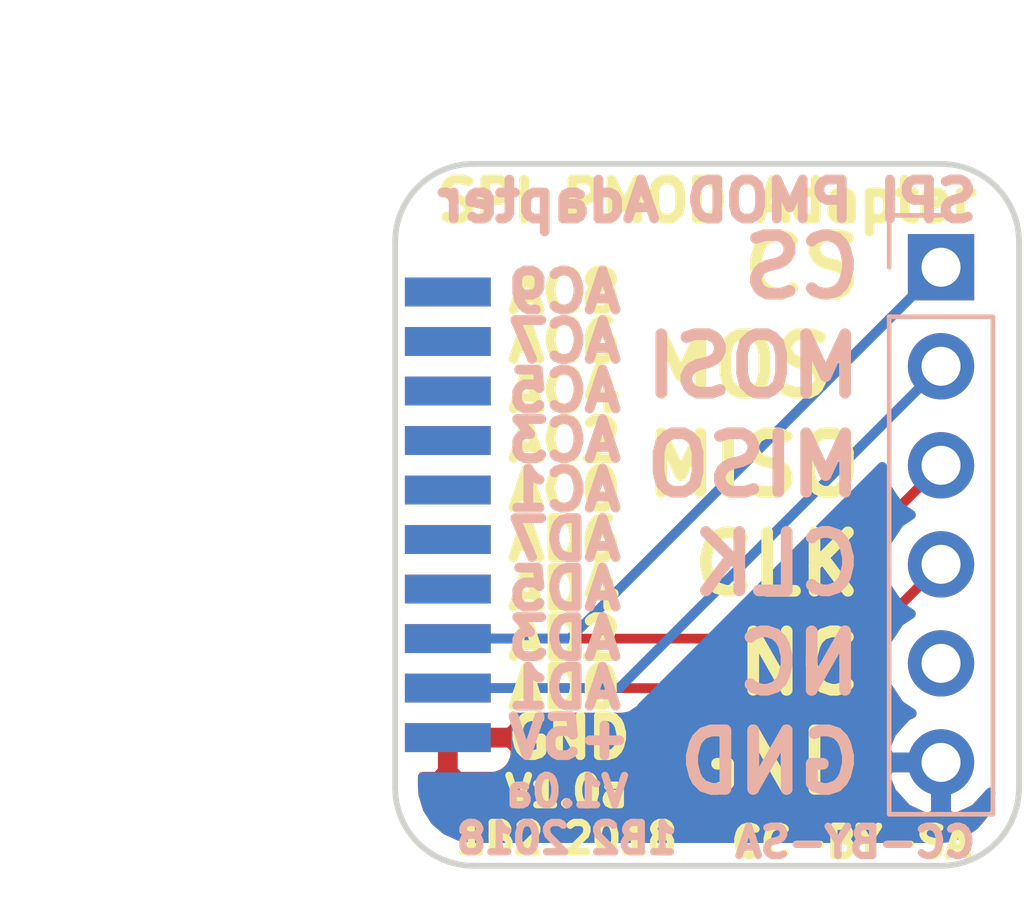
<source format=kicad_pcb>
(kicad_pcb (version 20171130) (host pcbnew 5.0.0-rc2-dev-unknown-d64c89d~62~ubuntu16.04.1)

  (general
    (thickness 0.8)
    (drawings 48)
    (tracks 8)
    (zones 0)
    (modules 2)
    (nets 22)
  )

  (page A4)
  (title_block
    (title "ftdi spi pmod adapter")
    (rev V1.0a)
    (company 1BitSquared)
    (comment 1 "2018 (C) 1BitSquared <info@1bitsquared.com>")
    (comment 2 "2018 (C) Piotr Esden-Tempski <piotr@esden.net>")
    (comment 3 "License: CC-BY-SA 4.0")
  )

  (layers
    (0 F.Cu signal)
    (31 B.Cu signal)
    (33 F.Adhes user)
    (34 B.Paste user)
    (35 F.Paste user)
    (36 B.SilkS user)
    (37 F.SilkS user)
    (38 B.Mask user)
    (39 F.Mask user)
    (40 Dwgs.User user)
    (44 Edge.Cuts user)
    (46 B.CrtYd user)
    (47 F.CrtYd user)
    (48 B.Fab user)
    (49 F.Fab user)
  )

  (setup
    (last_trace_width 0.25)
    (trace_clearance 0.2)
    (zone_clearance 0.508)
    (zone_45_only yes)
    (trace_min 0.2)
    (segment_width 0.15)
    (edge_width 0.15)
    (via_size 0.8)
    (via_drill 0.4)
    (via_min_size 0.4)
    (via_min_drill 0.3)
    (uvia_size 0.3)
    (uvia_drill 0.1)
    (uvias_allowed no)
    (uvia_min_size 0.2)
    (uvia_min_drill 0.1)
    (pcb_text_width 0.3)
    (pcb_text_size 1.5 1.5)
    (mod_edge_width 0.15)
    (mod_text_size 1 1)
    (mod_text_width 0.15)
    (pad_size 1.524 1.524)
    (pad_drill 0.762)
    (pad_to_mask_clearance 0.2)
    (aux_axis_origin 0 0)
    (grid_origin 44 44)
    (visible_elements FFFFFF7F)
    (pcbplotparams
      (layerselection 0x010fc_ffffffff)
      (usegerberextensions false)
      (usegerberattributes false)
      (usegerberadvancedattributes false)
      (creategerberjobfile false)
      (excludeedgelayer true)
      (linewidth 0.300000)
      (plotframeref false)
      (viasonmask false)
      (mode 1)
      (useauxorigin false)
      (hpglpennumber 1)
      (hpglpenspeed 20)
      (hpglpendiameter 15)
      (psnegative false)
      (psa4output false)
      (plotreference true)
      (plotvalue true)
      (plotinvisibletext false)
      (padsonsilk false)
      (subtractmaskfromsilk false)
      (outputformat 1)
      (mirror false)
      (drillshape 1)
      (scaleselection 1)
      (outputdirectory ""))
  )

  (net 0 "")
  (net 1 GND)
  (net 2 +5V)
  (net 3 /DO)
  (net 4 /CS)
  (net 5 /GPIOL1)
  (net 6 /GPIOL3)
  (net 7 /SK)
  (net 8 /DI)
  (net 9 /GPIOL0)
  (net 10 /GPIOL2)
  (net 11 /GPIOH0)
  (net 12 /GPIOH2)
  (net 13 /GPIOH4)
  (net 14 /GPIOH6)
  (net 15 /GPIOH8)
  (net 16 /GPIOH1)
  (net 17 /GPIOH3)
  (net 18 /GPIOH5)
  (net 19 /GPIOH7)
  (net 20 /GPIOH9)
  (net 21 "Net-(J4-Pad5)")

  (net_class Default "This is the default net class."
    (clearance 0.2)
    (trace_width 0.25)
    (via_dia 0.8)
    (via_drill 0.4)
    (uvia_dia 0.3)
    (uvia_drill 0.1)
    (add_net +5V)
    (add_net /CS)
    (add_net /DI)
    (add_net /DO)
    (add_net /GPIOH0)
    (add_net /GPIOH1)
    (add_net /GPIOH2)
    (add_net /GPIOH3)
    (add_net /GPIOH4)
    (add_net /GPIOH5)
    (add_net /GPIOH6)
    (add_net /GPIOH7)
    (add_net /GPIOH8)
    (add_net /GPIOH9)
    (add_net /GPIOL0)
    (add_net /GPIOL1)
    (add_net /GPIOL2)
    (add_net /GPIOL3)
    (add_net /SK)
    (add_net GND)
    (add_net "Net-(J4-Pad5)")
  )

  (module Connector_PinSocket_2.54mm:PinSocket_1x06_P2.54mm_Vertical (layer B.Cu) (tedit 5AA9BC7D) (tstamp 5AAD933B)
    (at 44 37.65 180)
    (descr "Through hole straight socket strip, 1x06, 2.54mm pitch, single row (from Kicad 4.0.7), script generated")
    (tags "Through hole socket strip THT 1x06 2.54mm single row")
    (path /5AB98614)
    (fp_text reference J4 (at 0 2.77 180) (layer B.Fab)
      (effects (font (size 1 1) (thickness 0.15)) (justify mirror))
    )
    (fp_text value Prog (at 0 -15.47 180) (layer B.Fab)
      (effects (font (size 1 1) (thickness 0.15)) (justify mirror))
    )
    (fp_line (start -1.27 1.27) (end 0.635 1.27) (layer B.Fab) (width 0.1))
    (fp_line (start 0.635 1.27) (end 1.27 0.635) (layer B.Fab) (width 0.1))
    (fp_line (start 1.27 0.635) (end 1.27 -13.97) (layer B.Fab) (width 0.1))
    (fp_line (start 1.27 -13.97) (end -1.27 -13.97) (layer B.Fab) (width 0.1))
    (fp_line (start -1.27 -13.97) (end -1.27 1.27) (layer B.Fab) (width 0.1))
    (fp_line (start -1.33 -1.27) (end 1.33 -1.27) (layer B.SilkS) (width 0.12))
    (fp_line (start -1.33 -1.27) (end -1.33 -14.03) (layer B.SilkS) (width 0.12))
    (fp_line (start -1.33 -14.03) (end 1.33 -14.03) (layer B.SilkS) (width 0.12))
    (fp_line (start 1.33 -1.27) (end 1.33 -14.03) (layer B.SilkS) (width 0.12))
    (fp_line (start 1.33 1.33) (end 1.33 0) (layer B.SilkS) (width 0.12))
    (fp_line (start 0 1.33) (end 1.33 1.33) (layer B.SilkS) (width 0.12))
    (fp_line (start -1.8 1.8) (end 1.75 1.8) (layer B.CrtYd) (width 0.05))
    (fp_line (start 1.75 1.8) (end 1.75 -14.45) (layer B.CrtYd) (width 0.05))
    (fp_line (start 1.75 -14.45) (end -1.8 -14.45) (layer B.CrtYd) (width 0.05))
    (fp_line (start -1.8 -14.45) (end -1.8 1.8) (layer B.CrtYd) (width 0.05))
    (pad 1 thru_hole rect (at 0 0 180) (size 1.7 1.7) (drill 1) (layers *.Cu *.Mask)
      (net 4 /CS))
    (pad 2 thru_hole oval (at 0 -2.54 180) (size 1.7 1.7) (drill 1) (layers *.Cu *.Mask)
      (net 3 /DO))
    (pad 3 thru_hole oval (at 0 -5.08 180) (size 1.7 1.7) (drill 1) (layers *.Cu *.Mask)
      (net 8 /DI))
    (pad 4 thru_hole oval (at 0 -7.62 180) (size 1.7 1.7) (drill 1) (layers *.Cu *.Mask)
      (net 7 /SK))
    (pad 5 thru_hole oval (at 0 -10.16 180) (size 1.7 1.7) (drill 1) (layers *.Cu *.Mask)
      (net 21 "Net-(J4-Pad5)"))
    (pad 6 thru_hole oval (at 0 -12.7 180) (size 1.7 1.7) (drill 1) (layers *.Cu *.Mask)
      (net 1 GND))
    (model ${KISYS3DMOD}/Connector_PinSocket_2.54mm.3dshapes/PinSocket_1x06_P2.54mm_Vertical.wrl
      (at (xyz 0 0 0))
      (scale (xyz 1 1 1))
      (rotate (xyz 0 0 0))
    )
  )

  (module pkl_samtec:FTSH-EDGE-20pin (layer B.Cu) (tedit 5AA86B70) (tstamp 5AABA328)
    (at 30 44 90)
    (path /5BD3E874)
    (fp_text reference J1 (at 5.3 -0.9 90) (layer B.Fab)
      (effects (font (size 1 1) (thickness 0.15)) (justify mirror))
    )
    (fp_text value Conn (at -4.4 -0.9 90) (layer B.Fab)
      (effects (font (size 1 1) (thickness 0.15)) (justify mirror))
    )
    (fp_line (start -3.175 0.203) (end -3.175 1.894) (layer F.Fab) (width 0.406))
    (fp_line (start 6.35 0) (end 6.35 -0.5) (layer B.Fab) (width 0.1))
    (fp_line (start -6.35 0) (end -6.35 -0.5) (layer B.Fab) (width 0.1))
    (fp_line (start -6.35 0) (end 6.35 0) (layer B.Fab) (width 0.1))
    (fp_line (start -6.35 0) (end 6.35 0) (layer F.Fab) (width 0.1))
    (fp_line (start -6.35 0) (end -6.35 -0.5) (layer F.Fab) (width 0.1))
    (fp_line (start 6.35 0) (end 6.35 -0.5) (layer F.Fab) (width 0.1))
    (fp_line (start -4.445 0.203) (end -4.445 1.894) (layer F.Fab) (width 0.406))
    (fp_line (start -5.715 0.203) (end -5.715 1.894) (layer F.Fab) (width 0.406))
    (fp_line (start -1.905 0.203) (end -1.905 1.894) (layer F.Fab) (width 0.406))
    (fp_line (start -0.635 0.203) (end -0.635 1.894) (layer F.Fab) (width 0.406))
    (fp_line (start -5.715 0.203) (end -5.715 1.894) (layer B.Fab) (width 0.406))
    (fp_line (start -4.445 0.203) (end -4.445 1.894) (layer B.Fab) (width 0.406))
    (fp_line (start -3.175 0.203) (end -3.175 1.894) (layer B.Fab) (width 0.406))
    (fp_line (start -1.905 0.203) (end -1.905 1.894) (layer B.Fab) (width 0.406))
    (fp_line (start -0.635 0.203) (end -0.635 1.894) (layer B.Fab) (width 0.406))
    (fp_line (start 0.635 0.203) (end 0.635 1.894) (layer F.Fab) (width 0.406))
    (fp_line (start 1.905 0.203) (end 1.905 1.894) (layer F.Fab) (width 0.406))
    (fp_line (start 3.175 0.203) (end 3.175 1.894) (layer F.Fab) (width 0.406))
    (fp_line (start 4.445 0.203) (end 4.445 1.894) (layer F.Fab) (width 0.406))
    (fp_line (start 5.715 0.203) (end 5.715 1.894) (layer F.Fab) (width 0.406))
    (fp_line (start 0.635 0.203) (end 0.635 1.894) (layer B.Fab) (width 0.406))
    (fp_line (start 1.905 0.203) (end 1.905 1.894) (layer B.Fab) (width 0.406))
    (fp_line (start 3.175 0.203) (end 3.175 1.894) (layer B.Fab) (width 0.406))
    (fp_line (start 4.445 0.203) (end 4.445 1.894) (layer B.Fab) (width 0.406))
    (fp_line (start 5.715 0.203) (end 5.715 1.894) (layer B.Fab) (width 0.406))
    (pad 1 smd rect (at -5.715 1.35 90) (size 0.74 2.2) (layers B.Cu B.Paste B.Mask)
      (net 2 +5V))
    (pad 2 smd rect (at -5.715 1.35 90) (size 0.74 2.2) (layers F.Cu F.Paste F.Mask)
      (net 1 GND))
    (pad 3 smd rect (at -4.445 1.35 90) (size 0.74 2.2) (layers B.Cu B.Paste B.Mask)
      (net 3 /DO))
    (pad 5 smd rect (at -3.175 1.35 90) (size 0.74 2.2) (layers B.Cu B.Paste B.Mask)
      (net 4 /CS))
    (pad 7 smd rect (at -1.905 1.35 90) (size 0.74 2.2) (layers B.Cu B.Paste B.Mask)
      (net 5 /GPIOL1))
    (pad 9 smd rect (at -0.635 1.35 90) (size 0.74 2.2) (layers B.Cu B.Paste B.Mask)
      (net 6 /GPIOL3))
    (pad 4 smd rect (at -4.445 1.35 90) (size 0.74 2.2) (layers F.Cu F.Paste F.Mask)
      (net 7 /SK))
    (pad 6 smd rect (at -3.175 1.35 90) (size 0.74 2.2) (layers F.Cu F.Paste F.Mask)
      (net 8 /DI))
    (pad 8 smd rect (at -1.905 1.35 90) (size 0.74 2.2) (layers F.Cu F.Paste F.Mask)
      (net 9 /GPIOL0))
    (pad 10 smd rect (at -0.635 1.35 90) (size 0.74 2.2) (layers F.Cu F.Paste F.Mask)
      (net 10 /GPIOL2))
    (pad 12 smd rect (at 0.635 1.35 90) (size 0.74 2.2) (layers F.Cu F.Paste F.Mask)
      (net 11 /GPIOH0))
    (pad 14 smd rect (at 1.905 1.35 90) (size 0.74 2.2) (layers F.Cu F.Paste F.Mask)
      (net 12 /GPIOH2))
    (pad 16 smd rect (at 3.175 1.35 90) (size 0.74 2.2) (layers F.Cu F.Paste F.Mask)
      (net 13 /GPIOH4))
    (pad 18 smd rect (at 4.445 1.35 90) (size 0.74 2.2) (layers F.Cu F.Paste F.Mask)
      (net 14 /GPIOH6))
    (pad 20 smd rect (at 5.715 1.35 90) (size 0.74 2.2) (layers F.Cu F.Paste F.Mask)
      (net 15 /GPIOH8))
    (pad 11 smd rect (at 0.635 1.35 90) (size 0.74 2.2) (layers B.Cu B.Paste B.Mask)
      (net 16 /GPIOH1))
    (pad 13 smd rect (at 1.905 1.35 90) (size 0.74 2.2) (layers B.Cu B.Paste B.Mask)
      (net 17 /GPIOH3))
    (pad 15 smd rect (at 3.175 1.35 90) (size 0.74 2.2) (layers B.Cu B.Paste B.Mask)
      (net 18 /GPIOH5))
    (pad 17 smd rect (at 4.445 1.35 90) (size 0.74 2.2) (layers B.Cu B.Paste B.Mask)
      (net 19 /GPIOH7))
    (pad 19 smd rect (at 5.715 1.35 90) (size 0.74 2.2) (layers B.Cu B.Paste B.Mask)
      (net 20 /GPIOH9))
  )

  (gr_text NC (at 42.095 47.81) (layer F.SilkS) (tstamp 5AAD9971)
    (effects (font (size 1.5 1.5) (thickness 0.3)) (justify right))
  )
  (gr_text NC (at 42.095 47.81) (layer B.SilkS) (tstamp 5AAD996E)
    (effects (font (size 1.5 1.5) (thickness 0.3)) (justify left mirror))
  )
  (gr_text MISO (at 42.095 42.73) (layer B.SilkS) (tstamp 5AAD994F)
    (effects (font (size 1.5 1.5) (thickness 0.3)) (justify left mirror))
  )
  (gr_text MOSI (at 42.095 40.19) (layer B.SilkS) (tstamp 5AAD97E5)
    (effects (font (size 1.5 1.5) (thickness 0.3)) (justify left mirror))
  )
  (gr_text CLK (at 42.095 45.26) (layer B.SilkS) (tstamp 5AAD97CE)
    (effects (font (size 1.5 1.5) (thickness 0.3)) (justify left mirror))
  )
  (gr_text CS (at 42.095 37.65) (layer B.SilkS) (tstamp 5AAD97C9)
    (effects (font (size 1.5 1.5) (thickness 0.3)) (justify left mirror))
  )
  (dimension 16 (width 0.3) (layer Dwgs.User)
    (gr_text "16.000 mm" (at 38 32.65) (layer Dwgs.User)
      (effects (font (size 1.5 1.5) (thickness 0.3)))
    )
    (feature1 (pts (xy 46 37) (xy 46 31.3)))
    (feature2 (pts (xy 30 37) (xy 30 31.3)))
    (crossbar (pts (xy 30 34) (xy 46 34)))
    (arrow1a (pts (xy 46 34) (xy 44.873496 34.586421)))
    (arrow1b (pts (xy 46 34) (xy 44.873496 33.413579)))
    (arrow2a (pts (xy 30 34) (xy 31.126504 34.586421)))
    (arrow2b (pts (xy 30 34) (xy 31.126504 33.413579)))
  )
  (dimension 18 (width 0.3) (layer Dwgs.User)
    (gr_text "18.000 mm" (at 26.15 44 90) (layer Dwgs.User)
      (effects (font (size 1.5 1.5) (thickness 0.3)))
    )
    (feature1 (pts (xy 32 35) (xy 24.8 35)))
    (feature2 (pts (xy 32 53) (xy 24.8 53)))
    (crossbar (pts (xy 27.5 53) (xy 27.5 35)))
    (arrow1a (pts (xy 27.5 35) (xy 28.086421 36.126504)))
    (arrow1b (pts (xy 27.5 35) (xy 26.913579 36.126504)))
    (arrow2a (pts (xy 27.5 53) (xy 28.086421 51.873496)))
    (arrow2b (pts (xy 27.5 53) (xy 26.913579 51.873496)))
  )
  (gr_text GND (at 42.095 50.35) (layer B.SilkS) (tstamp 5AAD9964)
    (effects (font (size 1.5 1.5) (thickness 0.3)) (justify left mirror))
  )
  (gr_text GND (at 42.095 50.35) (layer F.SilkS) (tstamp 5AAD9969)
    (effects (font (size 1.5 1.5) (thickness 0.3)) (justify right))
  )
  (gr_text CS (at 42.095 37.65) (layer F.SilkS) (tstamp 5AAD95D9)
    (effects (font (size 1.5 1.5) (thickness 0.3)) (justify right))
  )
  (gr_text CLK (at 42.095 45.27) (layer F.SilkS) (tstamp 5AAD95D5)
    (effects (font (size 1.5 1.5) (thickness 0.3)) (justify right))
  )
  (gr_text MOSI (at 42.095 40.19) (layer F.SilkS) (tstamp 5AAD941E)
    (effects (font (size 1.5 1.5) (thickness 0.3)) (justify right))
  )
  (gr_text MISO (at 42.095 42.73) (layer F.SilkS) (tstamp 5AAD994C)
    (effects (font (size 1.5 1.5) (thickness 0.3)) (justify right))
  )
  (gr_text CC-BY-SA (at 41.8 52.4) (layer B.SilkS) (tstamp 5AABB431)
    (effects (font (size 0.75 0.75) (thickness 0.1875)) (justify mirror))
  )
  (gr_text CC-BY-SA (at 41.7 52.4) (layer F.SilkS) (tstamp 5AABB42B)
    (effects (font (size 0.75 0.75) (thickness 0.1875)))
  )
  (gr_text "V1.0a\n1B2 2018" (at 34.4 51.7) (layer F.SilkS) (tstamp 5AABB427)
    (effects (font (size 0.75 0.75) (thickness 0.1875)))
  )
  (gr_text "V1.0a\n1B2 2018" (at 34.4 51.7) (layer B.SilkS) (tstamp 5AABB423)
    (effects (font (size 0.75 0.75) (thickness 0.1875)) (justify mirror))
  )
  (gr_text "SPI PMOD Adapter" (at 38 35.95) (layer B.SilkS) (tstamp 5AAD9945)
    (effects (font (size 1 1) (thickness 0.25)) (justify mirror))
  )
  (gr_text "SPI PMOD Adapter" (at 38 35.95) (layer F.SilkS)
    (effects (font (size 1 1) (thickness 0.25)))
  )
  (gr_arc (start 32 51) (end 30 51) (angle -90) (layer Edge.Cuts) (width 0.15))
  (gr_arc (start 44 51) (end 44 53) (angle -90) (layer Edge.Cuts) (width 0.15))
  (gr_arc (start 44 37) (end 46 37) (angle -90) (layer Edge.Cuts) (width 0.15))
  (gr_arc (start 32 37) (end 32 35) (angle -90) (layer Edge.Cuts) (width 0.15))
  (gr_text +5V (at 32.775 49.715) (layer B.SilkS) (tstamp 5AABAF9D)
    (effects (font (size 1 1) (thickness 0.25)) (justify right mirror))
  )
  (gr_text AD1 (at 32.775 48.445) (layer B.SilkS) (tstamp 5AABAF99)
    (effects (font (size 1 1) (thickness 0.25)) (justify right mirror))
  )
  (gr_text AD3 (at 32.775 47.175) (layer B.SilkS) (tstamp 5AABAF95)
    (effects (font (size 1 1) (thickness 0.25)) (justify right mirror))
  )
  (gr_text AD5 (at 32.775 45.905) (layer B.SilkS) (tstamp 5AABAF91)
    (effects (font (size 1 1) (thickness 0.25)) (justify right mirror))
  )
  (gr_text AD7 (at 32.775 44.635) (layer B.SilkS) (tstamp 5AABAF8D)
    (effects (font (size 1 1) (thickness 0.25)) (justify right mirror))
  )
  (gr_text AC1 (at 32.775 43.365) (layer B.SilkS) (tstamp 5AABAF89)
    (effects (font (size 1 1) (thickness 0.25)) (justify right mirror))
  )
  (gr_text AC3 (at 32.775 42.095) (layer B.SilkS) (tstamp 5AABAF85)
    (effects (font (size 1 1) (thickness 0.25)) (justify right mirror))
  )
  (gr_text AC5 (at 32.775 40.825) (layer B.SilkS) (tstamp 5AABAF81)
    (effects (font (size 1 1) (thickness 0.25)) (justify right mirror))
  )
  (gr_text AC7 (at 32.775 39.555) (layer B.SilkS) (tstamp 5AABAF7D)
    (effects (font (size 1 1) (thickness 0.25)) (justify right mirror))
  )
  (gr_text AC9 (at 32.775 38.285) (layer B.SilkS) (tstamp 5AABAF78)
    (effects (font (size 1 1) (thickness 0.25)) (justify right mirror))
  )
  (gr_text AC8 (at 32.775 38.285) (layer F.SilkS) (tstamp 5AABAF6D)
    (effects (font (size 1 1) (thickness 0.25)) (justify left))
  )
  (gr_text AC6 (at 32.775 39.555) (layer F.SilkS) (tstamp 5AABAF6B)
    (effects (font (size 1 1) (thickness 0.25)) (justify left))
  )
  (gr_text AC4 (at 32.775 40.825) (layer F.SilkS) (tstamp 5AABAF68)
    (effects (font (size 1 1) (thickness 0.25)) (justify left))
  )
  (gr_text AC2 (at 32.775 42.095) (layer F.SilkS) (tstamp 5AABAF63)
    (effects (font (size 1 1) (thickness 0.25)) (justify left))
  )
  (gr_text AC0 (at 32.775 43.365) (layer F.SilkS) (tstamp 5AABAF5E)
    (effects (font (size 1 1) (thickness 0.25)) (justify left))
  )
  (gr_text AD6 (at 32.775 44.635) (layer F.SilkS) (tstamp 5AABAF59)
    (effects (font (size 1 1) (thickness 0.25)) (justify left))
  )
  (gr_text AD4 (at 32.775 45.905) (layer F.SilkS) (tstamp 5AABAF55)
    (effects (font (size 1 1) (thickness 0.25)) (justify left))
  )
  (gr_text AD2 (at 32.775 47.175) (layer F.SilkS) (tstamp 5AABAF51)
    (effects (font (size 1 1) (thickness 0.25)) (justify left))
  )
  (gr_text AD0 (at 32.775 48.445) (layer F.SilkS) (tstamp 5AABAF4D)
    (effects (font (size 1 1) (thickness 0.25)) (justify left))
  )
  (gr_text GND (at 32.775 49.715) (layer F.SilkS) (tstamp 5AABABE1)
    (effects (font (size 1 1) (thickness 0.25)) (justify left))
  )
  (gr_line (start 30 51) (end 30 37) (layer Edge.Cuts) (width 0.15))
  (gr_line (start 44 53) (end 32 53) (layer Edge.Cuts) (width 0.15))
  (gr_line (start 46 37) (end 46 51) (layer Edge.Cuts) (width 0.15))
  (gr_line (start 32 35) (end 44 35) (layer Edge.Cuts) (width 0.15))

  (segment (start 31.35 48.445) (end 35.745 48.445) (width 0.25) (layer B.Cu) (net 3))
  (segment (start 35.745 48.445) (end 44 40.19) (width 0.25) (layer B.Cu) (net 3))
  (segment (start 31.35 47.175) (end 34.475 47.175) (width 0.25) (layer B.Cu) (net 4))
  (segment (start 34.475 47.175) (end 44 37.65) (width 0.25) (layer B.Cu) (net 4))
  (segment (start 31.35 48.445) (end 40.825 48.445) (width 0.25) (layer F.Cu) (net 7))
  (segment (start 40.825 48.445) (end 44 45.27) (width 0.25) (layer F.Cu) (net 7))
  (segment (start 31.35 47.175) (end 39.555 47.175) (width 0.25) (layer F.Cu) (net 8))
  (segment (start 39.555 47.175) (end 44 42.73) (width 0.25) (layer F.Cu) (net 8))

  (zone (net 1) (net_name GND) (layer F.Cu) (tstamp 0) (hatch edge 0.508)
    (connect_pads (clearance 0.508))
    (min_thickness 0.254)
    (fill yes (arc_segments 16) (thermal_gap 0.508) (thermal_bridge_width 0.508))
    (polygon
      (pts
        (xy 30 35) (xy 46 35) (xy 46 53) (xy 30 53)
      )
    )
    (filled_polygon
      (pts
        (xy 42.601161 48.389418) (xy 42.929375 48.880625) (xy 43.248478 49.093843) (xy 43.118642 49.154817) (xy 42.728355 49.583076)
        (xy 42.558524 49.99311) (xy 42.679845 50.223) (xy 43.873 50.223) (xy 43.873 50.203) (xy 44.127 50.203)
        (xy 44.127 50.223) (xy 44.147 50.223) (xy 44.147 50.477) (xy 44.127 50.477) (xy 44.127 51.670819)
        (xy 44.356892 51.791486) (xy 44.881358 51.545183) (xy 45.264961 51.124258) (xy 45.231197 51.360027) (xy 45.080661 51.691112)
        (xy 44.843251 51.966639) (xy 44.538056 52.164456) (xy 44.166083 52.2757) (xy 43.973652 52.29) (xy 32.05058 52.29)
        (xy 31.639973 52.231197) (xy 31.308888 52.080661) (xy 31.033361 51.843251) (xy 30.835544 51.538056) (xy 30.7243 51.166083)
        (xy 30.71 50.973652) (xy 30.71 50.72) (xy 31.06425 50.72) (xy 31.223 50.56125) (xy 31.223 49.842)
        (xy 31.477 49.842) (xy 31.477 50.56125) (xy 31.63575 50.72) (xy 32.57631 50.72) (xy 32.60796 50.70689)
        (xy 42.558524 50.70689) (xy 42.728355 51.116924) (xy 43.118642 51.545183) (xy 43.643108 51.791486) (xy 43.873 51.670819)
        (xy 43.873 50.477) (xy 42.679845 50.477) (xy 42.558524 50.70689) (xy 32.60796 50.70689) (xy 32.809699 50.623327)
        (xy 32.988327 50.444698) (xy 33.085 50.211309) (xy 33.085 50.00075) (xy 32.92625 49.842) (xy 31.477 49.842)
        (xy 31.223 49.842) (xy 31.203 49.842) (xy 31.203 49.588) (xy 31.223 49.588) (xy 31.223 49.568)
        (xy 31.477 49.568) (xy 31.477 49.588) (xy 32.92625 49.588) (xy 33.085 49.42925) (xy 33.085 49.218691)
        (xy 33.079329 49.205) (xy 40.750153 49.205) (xy 40.825 49.219888) (xy 40.899847 49.205) (xy 40.899852 49.205)
        (xy 41.121537 49.160904) (xy 41.372929 48.992929) (xy 41.415331 48.92947) (xy 42.49402 47.850781)
      )
    )
  )
  (zone (net 1) (net_name GND) (layer B.Cu) (tstamp 5AABB530) (hatch edge 0.508)
    (connect_pads (clearance 0.508))
    (min_thickness 0.254)
    (fill yes (arc_segments 16) (thermal_gap 0.508) (thermal_bridge_width 0.508))
    (polygon
      (pts
        (xy 30 35) (xy 46 35) (xy 46 53) (xy 30 53)
      )
    )
    (filled_polygon
      (pts
        (xy 42.601161 43.309418) (xy 42.929375 43.800625) (xy 43.227761 44) (xy 42.929375 44.199375) (xy 42.601161 44.690582)
        (xy 42.485908 45.27) (xy 42.601161 45.849418) (xy 42.929375 46.340625) (xy 43.227761 46.54) (xy 42.929375 46.739375)
        (xy 42.601161 47.230582) (xy 42.485908 47.81) (xy 42.601161 48.389418) (xy 42.929375 48.880625) (xy 43.248478 49.093843)
        (xy 43.118642 49.154817) (xy 42.728355 49.583076) (xy 42.558524 49.99311) (xy 42.679845 50.223) (xy 43.873 50.223)
        (xy 43.873 50.203) (xy 44.127 50.203) (xy 44.127 50.223) (xy 44.147 50.223) (xy 44.147 50.477)
        (xy 44.127 50.477) (xy 44.127 51.670819) (xy 44.356892 51.791486) (xy 44.881358 51.545183) (xy 45.264961 51.124258)
        (xy 45.231197 51.360027) (xy 45.080661 51.691112) (xy 44.843251 51.966639) (xy 44.538056 52.164456) (xy 44.166083 52.2757)
        (xy 43.973652 52.29) (xy 32.05058 52.29) (xy 31.639973 52.231197) (xy 31.308888 52.080661) (xy 31.033361 51.843251)
        (xy 30.835544 51.538056) (xy 30.7243 51.166083) (xy 30.71 50.973652) (xy 30.71 50.73244) (xy 32.45 50.73244)
        (xy 32.578449 50.70689) (xy 42.558524 50.70689) (xy 42.728355 51.116924) (xy 43.118642 51.545183) (xy 43.643108 51.791486)
        (xy 43.873 51.670819) (xy 43.873 50.477) (xy 42.679845 50.477) (xy 42.558524 50.70689) (xy 32.578449 50.70689)
        (xy 32.697765 50.683157) (xy 32.907809 50.542809) (xy 33.048157 50.332765) (xy 33.09744 50.085) (xy 33.09744 49.345)
        (xy 33.069593 49.205) (xy 35.670153 49.205) (xy 35.745 49.219888) (xy 35.819847 49.205) (xy 35.819852 49.205)
        (xy 36.041537 49.160904) (xy 36.292929 48.992929) (xy 36.335331 48.92947) (xy 42.49402 42.770782)
      )
    )
  )
)

</source>
